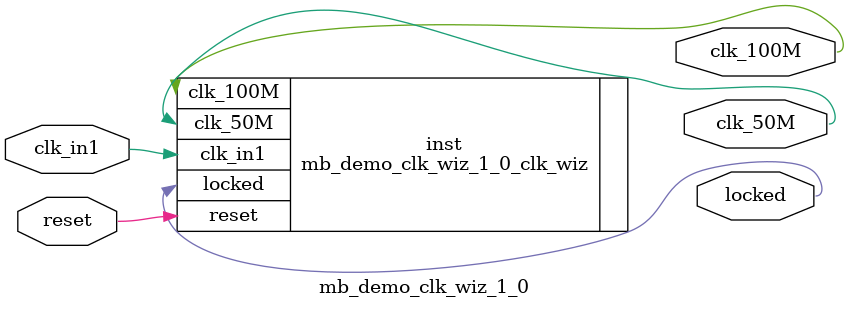
<source format=v>


`timescale 1ps/1ps

(* CORE_GENERATION_INFO = "mb_demo_clk_wiz_1_0,clk_wiz_v6_0_1_0_0,{component_name=mb_demo_clk_wiz_1_0,use_phase_alignment=true,use_min_o_jitter=false,use_max_i_jitter=false,use_dyn_phase_shift=false,use_inclk_switchover=false,use_dyn_reconfig=false,enable_axi=0,feedback_source=FDBK_AUTO,PRIMITIVE=MMCM,num_out_clk=2,clkin1_period=10.000,clkin2_period=10.000,use_power_down=false,use_reset=true,use_locked=true,use_inclk_stopped=false,feedback_type=SINGLE,CLOCK_MGR_TYPE=NA,manual_override=false}" *)

module mb_demo_clk_wiz_1_0 
 (
  // Clock out ports
  output        clk_100M,
  output        clk_50M,
  // Status and control signals
  input         reset,
  output        locked,
 // Clock in ports
  input         clk_in1
 );

  mb_demo_clk_wiz_1_0_clk_wiz inst
  (
  // Clock out ports  
  .clk_100M(clk_100M),
  .clk_50M(clk_50M),
  // Status and control signals               
  .reset(reset), 
  .locked(locked),
 // Clock in ports
  .clk_in1(clk_in1)
  );

endmodule

</source>
